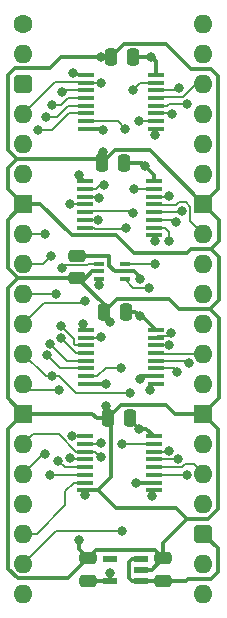
<source format=gtl>
%TF.GenerationSoftware,KiCad,Pcbnew,8.0.7*%
%TF.CreationDate,2025-01-03T18:08:42+02:00*%
%TF.ProjectId,Counter 16bit,436f756e-7465-4722-9031-366269742e6b,V0*%
%TF.SameCoordinates,Original*%
%TF.FileFunction,Copper,L1,Top*%
%TF.FilePolarity,Positive*%
%FSLAX46Y46*%
G04 Gerber Fmt 4.6, Leading zero omitted, Abs format (unit mm)*
G04 Created by KiCad (PCBNEW 8.0.7) date 2025-01-03 18:08:42*
%MOMM*%
%LPD*%
G01*
G04 APERTURE LIST*
G04 Aperture macros list*
%AMRoundRect*
0 Rectangle with rounded corners*
0 $1 Rounding radius*
0 $2 $3 $4 $5 $6 $7 $8 $9 X,Y pos of 4 corners*
0 Add a 4 corners polygon primitive as box body*
4,1,4,$2,$3,$4,$5,$6,$7,$8,$9,$2,$3,0*
0 Add four circle primitives for the rounded corners*
1,1,$1+$1,$2,$3*
1,1,$1+$1,$4,$5*
1,1,$1+$1,$6,$7*
1,1,$1+$1,$8,$9*
0 Add four rect primitives between the rounded corners*
20,1,$1+$1,$2,$3,$4,$5,0*
20,1,$1+$1,$4,$5,$6,$7,0*
20,1,$1+$1,$6,$7,$8,$9,0*
20,1,$1+$1,$8,$9,$2,$3,0*%
G04 Aperture macros list end*
%TA.AperFunction,SMDPad,CuDef*%
%ADD10RoundRect,0.250000X0.475000X-0.250000X0.475000X0.250000X-0.475000X0.250000X-0.475000X-0.250000X0*%
%TD*%
%TA.AperFunction,SMDPad,CuDef*%
%ADD11R,1.450000X0.450000*%
%TD*%
%TA.AperFunction,SMDPad,CuDef*%
%ADD12RoundRect,0.250000X0.250000X0.475000X-0.250000X0.475000X-0.250000X-0.475000X0.250000X-0.475000X0*%
%TD*%
%TA.AperFunction,ComponentPad*%
%ADD13C,1.600000*%
%TD*%
%TA.AperFunction,ComponentPad*%
%ADD14O,1.600000X1.600000*%
%TD*%
%TA.AperFunction,ComponentPad*%
%ADD15RoundRect,0.400000X-0.400000X-0.400000X0.400000X-0.400000X0.400000X0.400000X-0.400000X0.400000X0*%
%TD*%
%TA.AperFunction,ComponentPad*%
%ADD16R,1.600000X1.600000*%
%TD*%
%TA.AperFunction,SMDPad,CuDef*%
%ADD17R,1.150000X0.600000*%
%TD*%
%TA.AperFunction,SMDPad,CuDef*%
%ADD18RoundRect,0.250000X-0.475000X0.250000X-0.475000X-0.250000X0.475000X-0.250000X0.475000X0.250000X0*%
%TD*%
%TA.AperFunction,SMDPad,CuDef*%
%ADD19R,0.875000X0.450000*%
%TD*%
%TA.AperFunction,ViaPad*%
%ADD20C,0.800000*%
%TD*%
%TA.AperFunction,Conductor*%
%ADD21C,0.380000*%
%TD*%
%TA.AperFunction,Conductor*%
%ADD22C,0.200000*%
%TD*%
G04 APERTURE END LIST*
D10*
%TO.P,C8,1*%
%TO.N,5V*%
X11811000Y-47162000D03*
%TO.P,C8,2*%
%TO.N,GND*%
X11811000Y-45262000D03*
%TD*%
D11*
%TO.P,IC1,1,~{MR}*%
%TO.N,~{Reset}*%
X5203000Y-34936002D03*
%TO.P,IC1,2,CP*%
%TO.N,CLK*%
X5203000Y-35586002D03*
%TO.P,IC1,3,D0*%
%TO.N,D0*%
X5203000Y-36236002D03*
%TO.P,IC1,4,D1*%
%TO.N,D1*%
X5203000Y-36886002D03*
%TO.P,IC1,5,D2*%
%TO.N,D2*%
X5203000Y-37536002D03*
%TO.P,IC1,6,D3*%
%TO.N,D3*%
X5203000Y-38186002D03*
%TO.P,IC1,7,CEP*%
%TO.N,Count Enable*%
X5203000Y-38836002D03*
%TO.P,IC1,8,GND*%
%TO.N,GND*%
X5203000Y-39486002D03*
%TO.P,IC1,9,~{PE}*%
%TO.N,/~{Latch Low}*%
X11053000Y-39486002D03*
%TO.P,IC1,10,CET*%
%TO.N,/3.3V*%
X11053000Y-38836002D03*
%TO.P,IC1,11,Q3*%
%TO.N,C3*%
X11053000Y-38186002D03*
%TO.P,IC1,12,Q2*%
%TO.N,C2*%
X11053000Y-37536002D03*
%TO.P,IC1,13,Q1*%
%TO.N,C1*%
X11053000Y-36886002D03*
%TO.P,IC1,14,Q0*%
%TO.N,C0*%
X11053000Y-36236002D03*
%TO.P,IC1,15,TC*%
%TO.N,TC_{0..3}*%
X11053000Y-35586002D03*
%TO.P,IC1,16,3V*%
%TO.N,/3.3V*%
X11053000Y-34936002D03*
%TD*%
D12*
%TO.P,C3,1*%
%TO.N,/3.3V*%
X8554000Y-11811000D03*
%TO.P,C3,2*%
%TO.N,GND*%
X6654000Y-11811000D03*
%TD*%
D10*
%TO.P,C4,1*%
%TO.N,/3.3V*%
X5461000Y-47162000D03*
%TO.P,C4,2*%
%TO.N,GND*%
X5461000Y-45262000D03*
%TD*%
D13*
%TO.P,J1,1,Pin_1*%
%TO.N,~{Reset}*%
X0Y0D03*
D14*
%TO.P,J1,2,Pin_2*%
%TO.N,unconnected-(J1-Pin_2-Pad2)*%
X0Y-2540000D03*
D15*
%TO.P,J1,3,Pin_3*%
%TO.N,5V*%
X0Y-5080000D03*
D14*
%TO.P,J1,4,Pin_4*%
%TO.N,CLK*%
X0Y-7620000D03*
%TO.P,J1,5,Pin_5*%
%TO.N,unconnected-(J1-Pin_5-Pad5)*%
X0Y-10160000D03*
%TO.P,J1,6,Pin_6*%
%TO.N,D7*%
X0Y-12700000D03*
D16*
%TO.P,J1,7,Pin_7*%
%TO.N,GND*%
X0Y-15240000D03*
D14*
%TO.P,J1,8,Pin_8*%
%TO.N,D6*%
X0Y-17780000D03*
%TO.P,J1,9,Pin_9*%
%TO.N,D5*%
X0Y-20320000D03*
%TO.P,J1,10,Pin_10*%
%TO.N,D4*%
X0Y-22860000D03*
%TO.P,J1,11,Pin_11*%
%TO.N,D3*%
X0Y-25400000D03*
%TO.P,J1,12,Pin_12*%
%TO.N,D2*%
X0Y-27940000D03*
%TO.P,J1,13,Pin_13*%
%TO.N,D1*%
X0Y-30480000D03*
D16*
%TO.P,J1,14,Pin_14*%
%TO.N,GND*%
X0Y-33020000D03*
D14*
%TO.P,J1,15,Pin_15*%
%TO.N,D0*%
X0Y-35560000D03*
%TO.P,J1,16,Pin_16*%
%TO.N,Latch High*%
X0Y-38100000D03*
%TO.P,J1,17,Pin_17*%
%TO.N,Latch Low*%
X0Y-40640000D03*
%TO.P,J1,18,Pin_18*%
%TO.N,Count Enable*%
X0Y-43180000D03*
%TO.P,J1,19,Pin_19*%
%TO.N,TC_{0..3}*%
X0Y-45720000D03*
%TO.P,J1,20,Pin_20*%
%TO.N,TC_{12..15}*%
X0Y-48260000D03*
%TO.P,J1,21,Pin_21*%
%TO.N,unconnected-(J1-Pin_21-Pad21)*%
X15240000Y-48260000D03*
%TO.P,J1,22,Pin_22*%
%TO.N,C0*%
X15240000Y-45720000D03*
D15*
%TO.P,J1,23,Pin_23*%
%TO.N,5V*%
X15240000Y-43180000D03*
D14*
%TO.P,J1,24,Pin_24*%
%TO.N,C1*%
X15240000Y-40640000D03*
%TO.P,J1,25,Pin_25*%
%TO.N,C2*%
X15240000Y-38100000D03*
%TO.P,J1,26,Pin_26*%
%TO.N,C3*%
X15240000Y-35560000D03*
D16*
%TO.P,J1,27,Pin_27*%
%TO.N,GND*%
X15240000Y-33020000D03*
D14*
%TO.P,J1,28,Pin_28*%
%TO.N,C4*%
X15240000Y-30480000D03*
%TO.P,J1,29,Pin_29*%
%TO.N,C5*%
X15240000Y-27940000D03*
%TO.P,J1,30,Pin_30*%
%TO.N,C6*%
X15240000Y-25400000D03*
%TO.P,J1,31,Pin_31*%
%TO.N,C7*%
X15240000Y-22860000D03*
%TO.P,J1,32,Pin_32*%
%TO.N,C8*%
X15240000Y-20320000D03*
%TO.P,J1,33,Pin_33*%
%TO.N,C9*%
X15240000Y-17780000D03*
D16*
%TO.P,J1,34,Pin_34*%
%TO.N,GND*%
X15240000Y-15240000D03*
D14*
%TO.P,J1,35,Pin_35*%
%TO.N,C10*%
X15240000Y-12700000D03*
%TO.P,J1,36,Pin_36*%
%TO.N,C11*%
X15240000Y-10160000D03*
%TO.P,J1,37,Pin_37*%
%TO.N,C12*%
X15240000Y-7620000D03*
%TO.P,J1,38,Pin_38*%
%TO.N,C13*%
X15240000Y-5080000D03*
%TO.P,J1,39,Pin_39*%
%TO.N,C14*%
X15240000Y-2540000D03*
%TO.P,J1,40,Pin_40*%
%TO.N,C15*%
X15240000Y0D03*
%TD*%
D12*
%TO.P,C1,1*%
%TO.N,/3.3V*%
X9062000Y-33401000D03*
%TO.P,C1,2*%
%TO.N,GND*%
X7162000Y-33401000D03*
%TD*%
%TO.P,C9,1*%
%TO.N,/3.3V*%
X9316000Y-2794000D03*
%TO.P,C9,2*%
%TO.N,GND*%
X7416000Y-2794000D03*
%TD*%
%TO.P,C2,1*%
%TO.N,/3.3V*%
X8681000Y-24384000D03*
%TO.P,C2,2*%
%TO.N,GND*%
X6781000Y-24384000D03*
%TD*%
D17*
%TO.P,IC5,1,6VIn*%
%TO.N,5V*%
X9936000Y-47178000D03*
%TO.P,IC5,2,GND*%
%TO.N,GND*%
X9936000Y-46228000D03*
%TO.P,IC5,3,EN*%
%TO.N,5V*%
X9936000Y-45278000D03*
%TO.P,IC5,4,ADJ*%
%TO.N,unconnected-(IC5-ADJ-Pad4)*%
X7336000Y-45278000D03*
%TO.P,IC5,5,3.3VOut*%
%TO.N,/3.3V*%
X7336000Y-47178000D03*
%TD*%
D11*
%TO.P,IC3,1,~{MR}*%
%TO.N,~{Reset}*%
X5203000Y-13346000D03*
%TO.P,IC3,2,CP*%
%TO.N,CLK*%
X5203000Y-13996000D03*
%TO.P,IC3,3,D0*%
%TO.N,D0*%
X5203000Y-14646000D03*
%TO.P,IC3,4,D1*%
%TO.N,D1*%
X5203000Y-15296000D03*
%TO.P,IC3,5,D2*%
%TO.N,D2*%
X5203000Y-15946000D03*
%TO.P,IC3,6,D3*%
%TO.N,D3*%
X5203000Y-16596000D03*
%TO.P,IC3,7,CEP*%
%TO.N,TC_{0..3}*%
X5203000Y-17246000D03*
%TO.P,IC3,8,GND*%
%TO.N,GND*%
X5203000Y-17896000D03*
%TO.P,IC3,9,~{PE}*%
%TO.N,/~{Latch High}*%
X11053000Y-17896000D03*
%TO.P,IC3,10,CET*%
%TO.N,/TC_{4..7}*%
X11053000Y-17246000D03*
%TO.P,IC3,11,Q3*%
%TO.N,C11*%
X11053000Y-16596000D03*
%TO.P,IC3,12,Q2*%
%TO.N,C10*%
X11053000Y-15946000D03*
%TO.P,IC3,13,Q1*%
%TO.N,C9*%
X11053000Y-15296000D03*
%TO.P,IC3,14,Q0*%
%TO.N,C8*%
X11053000Y-14646000D03*
%TO.P,IC3,15,TC*%
%TO.N,/TC_{8..11}*%
X11053000Y-13996000D03*
%TO.P,IC3,16,3V*%
%TO.N,/3.3V*%
X11053000Y-13346000D03*
%TD*%
D18*
%TO.P,C5,1*%
%TO.N,/3.3V*%
X4572000Y-19640000D03*
%TO.P,C5,2*%
%TO.N,GND*%
X4572000Y-21540000D03*
%TD*%
D11*
%TO.P,IC4,1,~{MR}*%
%TO.N,~{Reset}*%
X5330000Y-4329000D03*
%TO.P,IC4,2,CP*%
%TO.N,CLK*%
X5330000Y-4979000D03*
%TO.P,IC4,3,D0*%
%TO.N,D4*%
X5330000Y-5629000D03*
%TO.P,IC4,4,D1*%
%TO.N,D5*%
X5330000Y-6279000D03*
%TO.P,IC4,5,D2*%
%TO.N,D6*%
X5330000Y-6929000D03*
%TO.P,IC4,6,D3*%
%TO.N,D7*%
X5330000Y-7579000D03*
%TO.P,IC4,7,CEP*%
%TO.N,TC_{0..3}*%
X5330000Y-8229000D03*
%TO.P,IC4,8,GND*%
%TO.N,GND*%
X5330000Y-8879000D03*
%TO.P,IC4,9,~{PE}*%
%TO.N,/~{Latch High}*%
X11180000Y-8879000D03*
%TO.P,IC4,10,CET*%
%TO.N,/TC_{8..11}*%
X11180000Y-8229000D03*
%TO.P,IC4,11,Q3*%
%TO.N,C15*%
X11180000Y-7579000D03*
%TO.P,IC4,12,Q2*%
%TO.N,C14*%
X11180000Y-6929000D03*
%TO.P,IC4,13,Q1*%
%TO.N,C13*%
X11180000Y-6279000D03*
%TO.P,IC4,14,Q0*%
%TO.N,C12*%
X11180000Y-5629000D03*
%TO.P,IC4,15,TC*%
%TO.N,TC_{12..15}*%
X11180000Y-4979000D03*
%TO.P,IC4,16,3V*%
%TO.N,/3.3V*%
X11180000Y-4329000D03*
%TD*%
%TO.P,IC2,1,~{MR}*%
%TO.N,~{Reset}*%
X5330000Y-25919000D03*
%TO.P,IC2,2,CP*%
%TO.N,CLK*%
X5330000Y-26569000D03*
%TO.P,IC2,3,D0*%
%TO.N,D4*%
X5330000Y-27219000D03*
%TO.P,IC2,4,D1*%
%TO.N,D5*%
X5330000Y-27869000D03*
%TO.P,IC2,5,D2*%
%TO.N,D6*%
X5330000Y-28519000D03*
%TO.P,IC2,6,D3*%
%TO.N,D7*%
X5330000Y-29169000D03*
%TO.P,IC2,7,CEP*%
%TO.N,TC_{0..3}*%
X5330000Y-29819000D03*
%TO.P,IC2,8,GND*%
%TO.N,GND*%
X5330000Y-30469000D03*
%TO.P,IC2,9,~{PE}*%
%TO.N,/~{Latch Low}*%
X11180000Y-30469000D03*
%TO.P,IC2,10,CET*%
%TO.N,/3.3V*%
X11180000Y-29819000D03*
%TO.P,IC2,11,Q3*%
%TO.N,C7*%
X11180000Y-29169000D03*
%TO.P,IC2,12,Q2*%
%TO.N,C6*%
X11180000Y-28519000D03*
%TO.P,IC2,13,Q1*%
%TO.N,C5*%
X11180000Y-27869000D03*
%TO.P,IC2,14,Q0*%
%TO.N,C4*%
X11180000Y-27219000D03*
%TO.P,IC2,15,TC*%
%TO.N,/TC_{4..7}*%
X11180000Y-26569000D03*
%TO.P,IC2,16,3V*%
%TO.N,/3.3V*%
X11180000Y-25919000D03*
%TD*%
D19*
%TO.P,IC6,1,1A*%
%TO.N,Latch High*%
X6431000Y-20305000D03*
%TO.P,IC6,2,GND*%
%TO.N,GND*%
X6431000Y-20955000D03*
%TO.P,IC6,3,2A*%
%TO.N,Latch Low*%
X6431000Y-21605000D03*
%TO.P,IC6,4,2Y*%
%TO.N,/~{Latch Low}*%
X8555000Y-21605000D03*
%TO.P,IC6,5,3V*%
%TO.N,/3.3V*%
X8555000Y-20955000D03*
%TO.P,IC6,6,1Y*%
%TO.N,/~{Latch High}*%
X8555000Y-20305000D03*
%TD*%
D20*
%TO.N,GND*%
X5207000Y-39878000D03*
X6706486Y-8979000D03*
X6950859Y-32355326D03*
X6696077Y-10842415D03*
X6603994Y-2794000D03*
X7368000Y-25237123D03*
X4699000Y-43688000D03*
X6992000Y-30480000D03*
%TO.N,/3.3V*%
X10795000Y-2793996D03*
X10287000Y-12065000D03*
X9839982Y-30051408D03*
X7366000Y-46482000D03*
X9779022Y-34290000D03*
X9860088Y-21571718D03*
X9525000Y-38862000D03*
X9860088Y-24765000D03*
%TO.N,C1*%
X13069000Y-36830000D03*
%TO.N,C3*%
X13832035Y-38178213D03*
%TO.N,C0*%
X12305805Y-36183828D03*
%TO.N,TC_{0..3}*%
X8650315Y-17280694D03*
X8370000Y-35560000D03*
X8370000Y-42926000D03*
X8297856Y-29124084D03*
X8636000Y-8890000D03*
%TO.N,C4*%
X12344904Y-27202027D03*
%TO.N,C6*%
X14005002Y-28702027D03*
%TO.N,C7*%
X13003612Y-29452027D03*
%TO.N,/TC_{4..7}*%
X12319000Y-18415000D03*
X12505002Y-26143986D03*
%TO.N,C10*%
X13390000Y-15863508D03*
%TO.N,C8*%
X12319000Y-14605000D03*
%TO.N,C11*%
X12942000Y-16786774D03*
%TO.N,/TC_{8..11}*%
X9798860Y-8263650D03*
X9333271Y-13996000D03*
%TO.N,C14*%
X13866356Y-6822644D03*
%TO.N,TC_{12..15}*%
X9271000Y-5588000D03*
%TO.N,C15*%
X12548123Y-7645059D03*
%TO.N,C12*%
X13196000Y-5461000D03*
%TO.N,~{Reset}*%
X4148104Y-34859833D03*
X4699000Y-12827000D03*
X4191000Y-4203000D03*
X5068000Y-25400000D03*
%TO.N,CLK*%
X6604000Y-4975622D03*
X6803189Y-13606949D03*
X6581460Y-26544701D03*
X6592000Y-35525933D03*
%TO.N,/~{Latch Low}*%
X10697000Y-30988000D03*
X10668000Y-22352000D03*
X10922000Y-40005000D03*
%TO.N,D7*%
X1270000Y-9017000D03*
X2032000Y-28067000D03*
%TO.N,D1*%
X3048000Y-30988000D03*
X3937000Y-15240000D03*
X3907314Y-36739020D03*
%TO.N,D5*%
X2413004Y-6858000D03*
X3194831Y-26637384D03*
X2312000Y-19623133D03*
%TO.N,D2*%
X9271000Y-16002000D03*
X2936346Y-36978241D03*
X2408649Y-29824698D03*
X9017000Y-31242000D03*
%TO.N,D6*%
X2239146Y-27072324D03*
X1905000Y-7874000D03*
X1850000Y-17780000D03*
%TO.N,D0*%
X6528002Y-36703000D03*
X6413110Y-14717913D03*
%TO.N,D4*%
X2794000Y-22859988D03*
X3184636Y-25585219D03*
X3238500Y-5778500D03*
%TO.N,D3*%
X6351528Y-16596000D03*
X5183685Y-23495000D03*
X2286000Y-38186002D03*
%TO.N,/~{Latch High}*%
X11176003Y-18415003D03*
X11176000Y-9398000D03*
X11176000Y-20320000D03*
%TO.N,Latch High*%
X1850000Y-36449000D03*
X3302000Y-20700000D03*
%TO.N,Latch Low*%
X6401528Y-22098000D03*
%TD*%
D21*
%TO.N,GND*%
X11811000Y-43942000D02*
X13843000Y-41910000D01*
X4572000Y-21540000D02*
X-499000Y-21540000D01*
X15875000Y-19050000D02*
X16577999Y-19752999D01*
X6135000Y-44588000D02*
X11137000Y-44588000D01*
X2239000Y-3730000D02*
X3175000Y-2794000D01*
X6654000Y-10884492D02*
X6108492Y-11430000D01*
X-508000Y-11430000D02*
X-1270000Y-10668000D01*
X15815999Y-24130000D02*
X16577999Y-23368000D01*
X13208000Y-24130000D02*
X15815999Y-24130000D01*
X16577999Y-24892000D02*
X16578000Y-31682000D01*
X16577999Y-24892000D02*
X15815999Y-24130000D01*
X6108492Y-11430000D02*
X-508000Y-11430000D01*
X5842000Y-20955000D02*
X5257000Y-21540000D01*
X5461000Y-45262000D02*
X4699000Y-44500000D01*
X7162000Y-33401000D02*
X6223000Y-33401000D01*
X6781000Y-23749000D02*
X6781000Y-24384000D01*
X6981000Y-30469000D02*
X6992000Y-30480000D01*
X4699000Y-44500000D02*
X4699000Y-43688000D01*
X0Y-15240000D02*
X-1338000Y-16578000D01*
X6781000Y-24384000D02*
X7896000Y-23269000D01*
X16510000Y-34290000D02*
X15240000Y-33020000D01*
X7842998Y-41021000D02*
X6308000Y-39486002D01*
X6781000Y-24384000D02*
X7368000Y-24971000D01*
X7162000Y-33401000D02*
X8277000Y-32286000D01*
X-1270000Y-12192000D02*
X-1270000Y-13970000D01*
X6654000Y-11811000D02*
X6654000Y-10884492D01*
X-682000Y-3730000D02*
X2239000Y-3730000D01*
X16578000Y-31682000D02*
X15240000Y-33020000D01*
X-492915Y-46910000D02*
X3813000Y-46910000D01*
X16577999Y-16577999D02*
X15240000Y-15240000D01*
X-1270000Y-4318000D02*
X-682000Y-3730000D01*
X5257000Y-21540000D02*
X4572000Y-21540000D01*
X5203000Y-39486002D02*
X6308000Y-39486002D01*
X-1338000Y-16578000D02*
X-1338000Y-20701000D01*
X-499000Y-21540000D02*
X-1338000Y-22379000D01*
X13843000Y-19431000D02*
X14224000Y-19050000D01*
X7769000Y-10696000D02*
X10696000Y-10696000D01*
X12347000Y-23269000D02*
X13208000Y-24130000D01*
X5461000Y-45262000D02*
X6135000Y-44588000D01*
X14224000Y-19050000D02*
X15875000Y-19050000D01*
X11811000Y-45262000D02*
X10845000Y-46228000D01*
X-499000Y-21540000D02*
X-1338000Y-20701000D01*
X6606486Y-8879000D02*
X6706486Y-8979000D01*
X16577999Y-19752999D02*
X16577999Y-23368000D01*
X16510000Y-41052915D02*
X16510000Y-34290000D01*
X6654000Y-10884492D02*
X6696077Y-10842415D01*
X15240000Y-33020000D02*
X12799000Y-33020000D01*
X14224000Y-3810000D02*
X12093000Y-1679000D01*
X8531000Y-1679000D02*
X7416000Y-2794000D01*
X7896000Y-23269000D02*
X12347000Y-23269000D01*
X7416000Y-2794000D02*
X6603994Y-2794000D01*
X5203000Y-17896000D02*
X4098000Y-17896000D01*
X7162000Y-32566467D02*
X6950859Y-32355326D01*
X7432000Y-38362002D02*
X7432000Y-33671000D01*
X-1270000Y-10668000D02*
X-1270000Y-4318000D01*
X5842000Y-33020000D02*
X0Y-33020000D01*
X15652915Y-41910000D02*
X16510000Y-41052915D01*
X10845000Y-46228000D02*
X9936000Y-46228000D01*
X11137000Y-44588000D02*
X11811000Y-45262000D01*
X6431000Y-20955000D02*
X5842000Y-20955000D01*
X16510000Y-13970000D02*
X16510000Y-4445000D01*
X0Y-33020000D02*
X-1270000Y-34290000D01*
X15875000Y-19050000D02*
X16577999Y-18347001D01*
X-1338000Y-31682000D02*
X0Y-33020000D01*
X16577999Y-18347001D02*
X16577999Y-16577999D01*
X11811000Y-45262000D02*
X11811000Y-43942000D01*
X0Y-15240000D02*
X-1270000Y-13970000D01*
X5330000Y-30469000D02*
X6981000Y-30469000D01*
X15875000Y-3810000D02*
X14224000Y-3810000D01*
X7368000Y-24971000D02*
X7368000Y-25237123D01*
X3813000Y-46910000D02*
X5461000Y-45262000D01*
X-508000Y-11430000D02*
X-1270000Y-12192000D01*
X4098000Y-17896000D02*
X1442000Y-15240000D01*
X7863000Y-17896000D02*
X9398000Y-19431000D01*
X8277000Y-32286000D02*
X12065000Y-32286000D01*
X3175000Y-2794000D02*
X6603994Y-2794000D01*
X6308000Y-39486002D02*
X7432000Y-38362002D01*
X12799000Y-33020000D02*
X12065000Y-32286000D01*
X5207000Y-39490002D02*
X5207000Y-39878000D01*
X6654000Y-11811000D02*
X7769000Y-10696000D01*
X9398000Y-19431000D02*
X13843000Y-19431000D01*
X13843000Y-41910000D02*
X15652915Y-41910000D01*
X1442000Y-15240000D02*
X0Y-15240000D01*
X12093000Y-1679000D02*
X8531000Y-1679000D01*
X4572000Y-21540000D02*
X6781000Y-23749000D01*
X10696000Y-10696000D02*
X15240000Y-15240000D01*
X13843000Y-41910000D02*
X12954000Y-41021000D01*
X7162000Y-33401000D02*
X7162000Y-32566467D01*
X16510000Y-4445000D02*
X15875000Y-3810000D01*
X5330000Y-8879000D02*
X6606486Y-8879000D01*
X-1338000Y-22379000D02*
X-1338000Y-31682000D01*
X15240000Y-15240000D02*
X16510000Y-13970000D01*
X-1270000Y-46132915D02*
X-492915Y-46910000D01*
X5203000Y-17896000D02*
X7863000Y-17896000D01*
X-1270000Y-34290000D02*
X-1270000Y-46132915D01*
X6223000Y-33401000D02*
X5842000Y-33020000D01*
X12954000Y-41021000D02*
X7842998Y-41021000D01*
%TO.N,5V*%
X9231000Y-47178000D02*
X9936000Y-47178000D01*
X15240000Y-43180000D02*
X16430000Y-44370000D01*
X16430000Y-46435000D02*
X15875000Y-46990000D01*
X8971000Y-45538000D02*
X8971000Y-46918000D01*
X11811000Y-47162000D02*
X13798000Y-47162000D01*
X13798000Y-47162000D02*
X13970000Y-46990000D01*
X15875000Y-46990000D02*
X13970000Y-46990000D01*
X9231000Y-45278000D02*
X8971000Y-45538000D01*
X9936000Y-45278000D02*
X9231000Y-45278000D01*
X16430000Y-44370000D02*
X16430000Y-46435000D01*
X8971000Y-46918000D02*
X9231000Y-47178000D01*
X9936000Y-47178000D02*
X11795000Y-47178000D01*
%TO.N,/3.3V*%
X9316000Y-2794000D02*
X10794996Y-2794000D01*
X7336000Y-47178000D02*
X7336000Y-46512000D01*
X9860088Y-21442588D02*
X9860088Y-21571718D01*
X11180000Y-29819000D02*
X10072390Y-29819000D01*
X9062000Y-33572978D02*
X9779022Y-34290000D01*
X5461000Y-47162000D02*
X7320000Y-47162000D01*
X11180000Y-4329000D02*
X11180000Y-3178996D01*
X9550998Y-38836002D02*
X9525000Y-38862000D01*
X10072390Y-29819000D02*
X9839982Y-30051408D01*
X11053000Y-34936002D02*
X10406998Y-34290000D01*
X7258500Y-19690000D02*
X4749000Y-19690000D01*
X9372500Y-20955000D02*
X9860088Y-21442588D01*
X11053000Y-38836002D02*
X9550998Y-38836002D01*
X11180000Y-25919000D02*
X10026000Y-24765000D01*
X10406998Y-34290000D02*
X9779022Y-34290000D01*
X8555000Y-20955000D02*
X9372500Y-20955000D01*
X9479088Y-24384000D02*
X9860088Y-24765000D01*
X11053000Y-12831000D02*
X11053000Y-13346000D01*
X8555000Y-20955000D02*
X7747000Y-20955000D01*
X7258500Y-20466500D02*
X7258500Y-19690000D01*
X7747000Y-20955000D02*
X7258500Y-20466500D01*
X8554000Y-11811000D02*
X10033000Y-11811000D01*
X10033000Y-11811000D02*
X10287000Y-12065000D01*
X11180000Y-3178996D02*
X10795000Y-2793996D01*
X10287000Y-12065000D02*
X11053000Y-12831000D01*
X7336000Y-46512000D02*
X7366000Y-46482000D01*
X10794996Y-2794000D02*
X10795000Y-2793996D01*
X10026000Y-24765000D02*
X9860088Y-24765000D01*
X8681000Y-24384000D02*
X9479088Y-24384000D01*
D22*
%TO.N,C1*%
X13012998Y-36886002D02*
X13069000Y-36830000D01*
X11053000Y-36886002D02*
X13012998Y-36886002D01*
%TO.N,C3*%
X11053000Y-38186002D02*
X13824246Y-38186002D01*
X13824246Y-38186002D02*
X13832035Y-38178213D01*
%TO.N,C0*%
X12253631Y-36236002D02*
X11053000Y-36236002D01*
X12305805Y-36183828D02*
X12253631Y-36236002D01*
%TO.N,C2*%
X13423659Y-37536002D02*
X13701492Y-37258169D01*
X14398169Y-37258169D02*
X15240000Y-38100000D01*
X13701492Y-37258169D02*
X14398169Y-37258169D01*
X11053000Y-37536002D02*
X13423659Y-37536002D01*
%TO.N,TC_{0..3}*%
X5203000Y-17246000D02*
X5940867Y-17246000D01*
X6255000Y-29819000D02*
X6949916Y-29124084D01*
X5330000Y-29819000D02*
X6255000Y-29819000D01*
X6949916Y-29124084D02*
X8297856Y-29124084D01*
X7975000Y-8229000D02*
X8636000Y-8890000D01*
X0Y-45720000D02*
X2794000Y-42926000D01*
X8585009Y-17346000D02*
X8650315Y-17280694D01*
X2794000Y-42926000D02*
X8370000Y-42926000D01*
X5330000Y-8229000D02*
X7975000Y-8229000D01*
X5940867Y-17246000D02*
X6040867Y-17346000D01*
X11053000Y-35586002D02*
X8396002Y-35586002D01*
X6040867Y-17346000D02*
X8585009Y-17346000D01*
X8396002Y-35586002D02*
X8370000Y-35560000D01*
%TO.N,C5*%
X11263027Y-27952027D02*
X15227973Y-27952027D01*
%TO.N,C4*%
X12327931Y-27219000D02*
X12344904Y-27202027D01*
X11180000Y-27219000D02*
X12327931Y-27219000D01*
%TO.N,C6*%
X13821975Y-28519000D02*
X14005002Y-28702027D01*
X11180000Y-28519000D02*
X13821975Y-28519000D01*
%TO.N,C7*%
X12720585Y-29169000D02*
X13003612Y-29452027D01*
X11180000Y-29169000D02*
X12720585Y-29169000D01*
%TO.N,/TC_{4..7}*%
X12505002Y-26143998D02*
X12505002Y-26143986D01*
X11978000Y-17246000D02*
X12319000Y-17587000D01*
X12205000Y-26444000D02*
X12505002Y-26143998D01*
X11053000Y-17246000D02*
X11978000Y-17246000D01*
X12319000Y-17587000D02*
X12319000Y-18415000D01*
X11305000Y-26444000D02*
X12205000Y-26444000D01*
%TO.N,C10*%
X11053000Y-15946000D02*
X13307508Y-15946000D01*
X13307508Y-15946000D02*
X13390000Y-15863508D01*
%TO.N,C8*%
X12278000Y-14646000D02*
X12319000Y-14605000D01*
X11053000Y-14646000D02*
X12278000Y-14646000D01*
%TO.N,C11*%
X12751226Y-16596000D02*
X12942000Y-16786774D01*
X11053000Y-16596000D02*
X12751226Y-16596000D01*
%TO.N,/TC_{8..11}*%
X11053000Y-13996000D02*
X9333271Y-13996000D01*
X11180000Y-8229000D02*
X9833510Y-8229000D01*
X9833510Y-8229000D02*
X9798860Y-8263650D01*
%TO.N,C9*%
X13779501Y-15113508D02*
X14140000Y-15474007D01*
X11112000Y-15355000D02*
X12889932Y-15355000D01*
X13131424Y-15113508D02*
X13779501Y-15113508D01*
X14140000Y-15474007D02*
X14140000Y-16680000D01*
X12889932Y-15355000D02*
X13131424Y-15113508D01*
X14140000Y-16680000D02*
X15240000Y-17780000D01*
%TO.N,C14*%
X11236000Y-6985000D02*
X12192000Y-6985000D01*
X12354356Y-6822644D02*
X13866356Y-6822644D01*
X12192000Y-6985000D02*
X12354356Y-6822644D01*
%TO.N,TC_{12..15}*%
X9880000Y-4979000D02*
X9271000Y-5588000D01*
X11180000Y-4979000D02*
X9880000Y-4979000D01*
%TO.N,C13*%
X13506661Y-6211000D02*
X14637661Y-5080000D01*
X11248000Y-6211000D02*
X13506661Y-6211000D01*
%TO.N,C15*%
X12482064Y-7579000D02*
X12548123Y-7645059D01*
X11180000Y-7579000D02*
X12482064Y-7579000D01*
%TO.N,C12*%
X13028000Y-5629000D02*
X13196000Y-5461000D01*
X11180000Y-5629000D02*
X13028000Y-5629000D01*
%TO.N,~{Reset}*%
X5330000Y-4329000D02*
X4317000Y-4329000D01*
X4317000Y-4329000D02*
X4191000Y-4203000D01*
X5218000Y-25919000D02*
X5068000Y-25769000D01*
X4699000Y-12827000D02*
X4699000Y-12842000D01*
X4699000Y-12842000D02*
X5203000Y-13346000D01*
X5068000Y-25769000D02*
X5068000Y-25400000D01*
X4148104Y-34859833D02*
X5126831Y-34859833D01*
%TO.N,CLK*%
X6517051Y-13606949D02*
X6803189Y-13606949D01*
X6531931Y-35586002D02*
X6592000Y-35525933D01*
X6128000Y-13996000D02*
X6517051Y-13606949D01*
X5203000Y-13996000D02*
X6128000Y-13996000D01*
X0Y-7620000D02*
X2667000Y-4953000D01*
X5203000Y-35586002D02*
X6531931Y-35586002D01*
X5330000Y-26569000D02*
X6557161Y-26569000D01*
X2667000Y-4953000D02*
X5304000Y-4953000D01*
X6557161Y-26569000D02*
X6581460Y-26544701D01*
X6604000Y-4975622D02*
X5333378Y-4975622D01*
%TO.N,Count Enable*%
X3544000Y-40767370D02*
X3544000Y-39570002D01*
X4278000Y-38836002D02*
X5203000Y-38836002D01*
X3544000Y-39570002D02*
X4278000Y-38836002D01*
X0Y-43180000D02*
X1131370Y-43180000D01*
X1131370Y-43180000D02*
X3544000Y-40767370D01*
%TO.N,/~{Latch Low}*%
X10922000Y-39617002D02*
X10922000Y-40005000D01*
X11060000Y-30469000D02*
X10697000Y-30832000D01*
X8555000Y-21605000D02*
X9302000Y-22352000D01*
X11053000Y-39486002D02*
X10922000Y-39617002D01*
X10697000Y-30832000D02*
X10697000Y-30988000D01*
X9302000Y-22352000D02*
X10668000Y-22352000D01*
%TO.N,D7*%
X2376600Y-9017000D02*
X3814600Y-7579000D01*
X1270000Y-9017000D02*
X2376600Y-9017000D01*
X3134000Y-29169000D02*
X2032000Y-28067000D01*
X5330000Y-29169000D02*
X3134000Y-29169000D01*
X3814600Y-7579000D02*
X5330000Y-7579000D01*
%TO.N,D1*%
X3937000Y-15240000D02*
X5147000Y-15240000D01*
X5203000Y-36886002D02*
X4054296Y-36886002D01*
X508000Y-30988000D02*
X3048000Y-30988000D01*
X0Y-30480000D02*
X508000Y-30988000D01*
X4054296Y-36886002D02*
X3907314Y-36739020D01*
%TO.N,D5*%
X1615133Y-20320000D02*
X2312000Y-19623133D01*
X5330000Y-6279000D02*
X3789600Y-6279000D01*
X3210600Y-6858000D02*
X2413004Y-6858000D01*
X3789600Y-6279000D02*
X3210600Y-6858000D01*
X0Y-20320000D02*
X1615133Y-20320000D01*
X4426447Y-27869000D02*
X3194831Y-26637384D01*
X5330000Y-27869000D02*
X4426447Y-27869000D01*
%TO.N,D2*%
X3494107Y-37536002D02*
X5203000Y-37536002D01*
X4445000Y-31242000D02*
X3027698Y-29824698D01*
X9017000Y-31242000D02*
X4445000Y-31242000D01*
X2936346Y-36978241D02*
X3494107Y-37536002D01*
X0Y-27940000D02*
X1884698Y-29824698D01*
X5303000Y-15846000D02*
X9115000Y-15846000D01*
X1884698Y-29824698D02*
X2408649Y-29824698D01*
X3027698Y-29824698D02*
X2408649Y-29824698D01*
X9115000Y-15846000D02*
X9271000Y-16002000D01*
%TO.N,D6*%
X3685822Y-28519000D02*
X2239146Y-27072324D01*
X2844600Y-7874000D02*
X1905000Y-7874000D01*
X3789600Y-6929000D02*
X2844600Y-7874000D01*
X0Y-17780000D02*
X1850000Y-17780000D01*
X5330000Y-28519000D02*
X3685822Y-28519000D01*
X5330000Y-6929000D02*
X3789600Y-6929000D01*
%TO.N,D0*%
X6061004Y-36236002D02*
X6528002Y-36703000D01*
X6341197Y-14646000D02*
X5203000Y-14646000D01*
X4464959Y-36236002D02*
X5203000Y-36236002D01*
X799999Y-34760001D02*
X2988958Y-34760001D01*
X6413110Y-14717913D02*
X6341197Y-14646000D01*
X2988958Y-34760001D02*
X4464959Y-36236002D01*
X5203000Y-36236002D02*
X6061004Y-36236002D01*
X0Y-35560000D02*
X799999Y-34760001D01*
%TO.N,D4*%
X4305000Y-26705583D02*
X3184636Y-25585219D01*
X5330000Y-27219000D02*
X4405000Y-27219000D01*
X5330000Y-5629000D02*
X3388000Y-5629000D01*
X4405000Y-27219000D02*
X4305000Y-27119000D01*
X3388000Y-5629000D02*
X3238500Y-5778500D01*
X0Y-22860000D02*
X2793988Y-22860000D01*
X4305000Y-27119000D02*
X4305000Y-26705583D01*
X2793988Y-22860000D02*
X2794000Y-22859988D01*
%TO.N,D3*%
X5183685Y-23495000D02*
X5056685Y-23622000D01*
X1778000Y-23622000D02*
X0Y-25400000D01*
X5203000Y-38186002D02*
X2286000Y-38186002D01*
X6351528Y-16596000D02*
X5203000Y-16596000D01*
X5056685Y-23622000D02*
X1778000Y-23622000D01*
%TO.N,/~{Latch High}*%
X11053000Y-17896000D02*
X11053000Y-18292000D01*
X11180000Y-8879000D02*
X11180000Y-9394000D01*
X11053000Y-18292000D02*
X11176003Y-18415003D01*
X11161000Y-20305000D02*
X11176000Y-20320000D01*
X8555000Y-20305000D02*
X11161000Y-20305000D01*
X11180000Y-9394000D02*
X11176000Y-9398000D01*
%TO.N,Latch High*%
X1651000Y-36449000D02*
X1850000Y-36449000D01*
X5401744Y-20447000D02*
X3555000Y-20447000D01*
X6431000Y-20305000D02*
X5543744Y-20305000D01*
X5543744Y-20305000D02*
X5401744Y-20447000D01*
X0Y-38100000D02*
X1651000Y-36449000D01*
X3555000Y-20447000D02*
X3302000Y-20700000D01*
%TO.N,Latch Low*%
X6401528Y-22098000D02*
X6401528Y-21634472D01*
%TD*%
M02*

</source>
